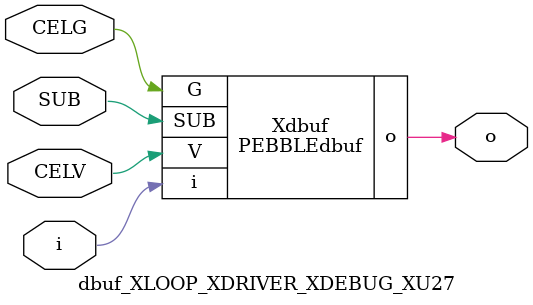
<source format=v>



module PEBBLEdbuf ( o, G, SUB, V, i );

  input V;
  input i;
  input G;
  output o;
  input SUB;
endmodule

//Celera Confidential Do Not Copy dbuf_XLOOP_XDRIVER_XDEBUG_XU27
//Celera Confidential Symbol Generator
//Digital Buffer
module dbuf_XLOOP_XDRIVER_XDEBUG_XU27 (CELV,CELG,i,o,SUB);
input CELV;
input CELG;
input i;
input SUB;
output o;

//Celera Confidential Do Not Copy dbuf
PEBBLEdbuf Xdbuf(
.V (CELV),
.i (i),
.o (o),
.SUB (SUB),
.G (CELG)
);
//,diesize,PEBBLEdbuf

//Celera Confidential Do Not Copy Module End
//Celera Schematic Generator
endmodule

</source>
